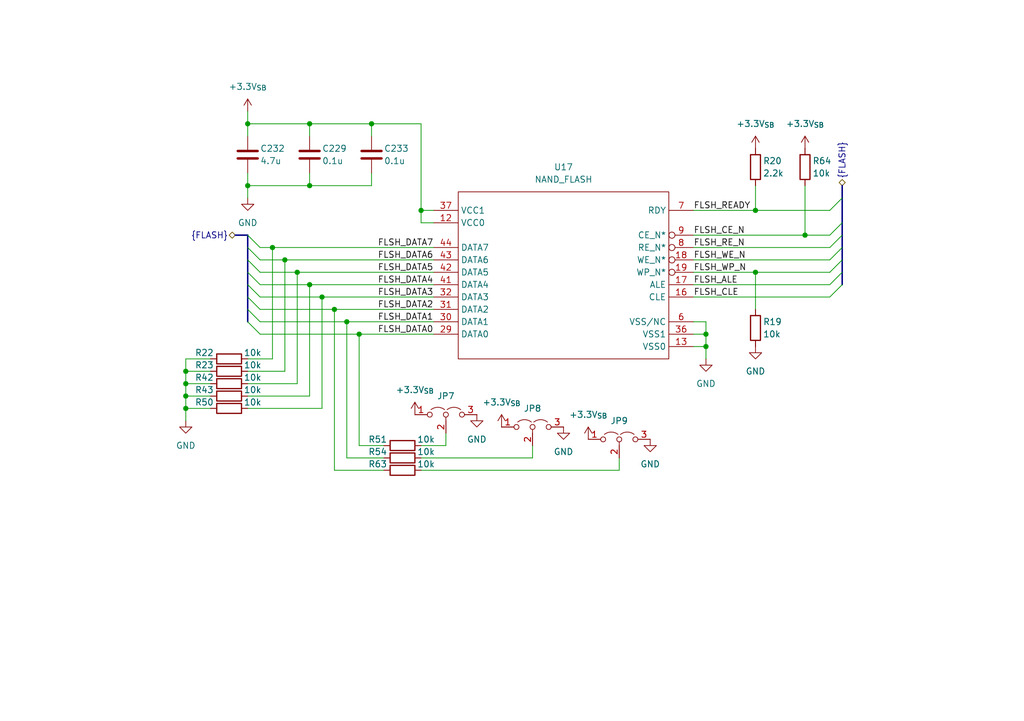
<source format=kicad_sch>
(kicad_sch (version 20250114) (generator "eeschema") (generator_version "9.0")
  (paper "A5")
  (lib_symbols
    (symbol "Device:C" (pin_numbers (hide yes)) (pin_names (offset 0.254))
      (property "Reference" "C" (at 0.635 2.54 0))
      (property "Value" "C" (at 0.635 -2.54 0))
      (symbol "C_0_1"
        (polyline (pts (xy -2.032 0.762) (xy 2.032 0.762)) (stroke (width 0.508)))
        (polyline (pts (xy -2.032 -0.762) (xy 2.032 -0.762)) (stroke (width 0.508)))
      )
      (symbol "C_1_1"
        (pin passive line (at 0 3.81 270) (length 2.794) (name "~") (number "1"))
        (pin passive line (at 0 -3.81 90) (length 2.794) (name "~") (number "2"))
      )
    )
    (symbol "Device:R" (pin_numbers (hide yes)) (pin_names (offset 0))
      (property "Reference" "R" (at 2.032 0 90))
      (property "Value" "R" (at 0 0 90))
      (symbol "R_0_1"
        (rectangle (start -1.016 -2.54) (end 1.016 2.54) (stroke (width 0.254)))
      )
      (symbol "R_1_1"
        (pin passive line (at 0 3.81 270) (length 1.27) (name "~") (number "1"))
        (pin passive line (at 0 -3.81 90) (length 1.27) (name "~") (number "2"))
      )
    )
    (symbol "FLASH:NAND_FLASH"
      (property "Reference" "U" (at 0 0 0))
      (property "Value" "NAND_FLASH" (at 0 0 0))
      (symbol "NAND_FLASH_1_1"
        (rectangle (start -21.59 17.78) (end 21.59 -16.51))
        (pin power_in line (at -26.67 13.97 0) (length 5.08) (name "VCC1") (number "37"))
        (pin power_in line (at -26.67 11.43 0) (length 5.08) (name "VCC0") (number "12"))
        (pin bidirectional line (at -26.67 6.35 0) (length 5.08) (name "DATA7") (number "44"))
        (pin bidirectional line (at -26.67 3.81 0) (length 5.08) (name "DATA6") (number "43"))
        (pin bidirectional line (at -26.67 1.27 0) (length 5.08) (name "DATA5") (number "42"))
        (pin bidirectional line (at -26.67 -1.27 0) (length 5.08) (name "DATA4") (number "41"))
        (pin bidirectional line (at -26.67 -3.81 0) (length 5.08) (name "DATA3") (number "32"))
        (pin bidirectional line (at -26.67 -6.35 0) (length 5.08) (name "DATA2") (number "31"))
        (pin bidirectional line (at -26.67 -8.89 0) (length 5.08) (name "DATA1") (number "30"))
        (pin bidirectional line (at -26.67 -11.43 0) (length 5.08) (name "DATA0") (number "29"))
        (pin no_connect line (at -26.67 -13.97 0) (length 5.08) (hide yes) (name "NC0") (number "1"))
        (pin no_connect line (at -26.67 -13.97 0) (length 5.08) (hide yes) (name "NC5") (number "10"))
        (pin no_connect line (at -26.67 -13.97 0) (length 5.08) (hide yes) (name "NC6") (number "11"))
        (pin no_connect line (at -26.67 -13.97 0) (length 5.08) (hide yes) (name "NC7") (number "14"))
        (pin no_connect line (at -26.67 -13.97 0) (length 5.08) (hide yes) (name "NC8") (number "15"))
        (pin no_connect line (at -26.67 -13.97 0) (length 5.08) (hide yes) (name "NC1") (number "2"))
        (pin no_connect line (at -26.67 -13.97 0) (length 5.08) (hide yes) (name "NC9") (number "20"))
        (pin no_connect line (at -26.67 -13.97 0) (length 5.08) (hide yes) (name "NC10") (number "21"))
        (pin no_connect line (at -26.67 -13.97 0) (length 5.08) (hide yes) (name "NC11") (number "22"))
        (pin no_connect line (at -26.67 -13.97 0) (length 5.08) (hide yes) (name "NC12") (number "23"))
        (pin no_connect line (at -26.67 -13.97 0) (length 5.08) (hide yes) (name "NC13") (number "24"))
        (pin no_connect line (at -26.67 -13.97 0) (length 5.08) (hide yes) (name "NC14") (number "25"))
        (pin no_connect line (at -26.67 -13.97 0) (length 5.08) (hide yes) (name "NC15") (number "26"))
        (pin no_connect line (at -26.67 -13.97 0) (length 5.08) (hide yes) (name "NC16") (number "27"))
        (pin no_connect line (at -26.67 -13.97 0) (length 5.08) (hide yes) (name "NC17") (number "28"))
        (pin no_connect line (at -26.67 -13.97 0) (length 5.08) (hide yes) (name "NC2") (number "3"))
        (pin no_connect line (at -26.67 -13.97 0) (length 5.08) (hide yes) (name "NC18") (number "33"))
        (pin no_connect line (at -26.67 -13.97 0) (length 5.08) (hide yes) (name "NC19") (number "34"))
        (pin no_connect line (at -26.67 -13.97 0) (length 5.08) (hide yes) (name "NC20") (number "35"))
        (pin no_connect line (at -26.67 -13.97 0) (length 5.08) (hide yes) (name "NC27") (number "38"))
        (pin no_connect line (at -26.67 -13.97 0) (length 5.08) (hide yes) (name "NC21") (number "39"))
        (pin no_connect line (at -26.67 -13.97 0) (length 5.08) (hide yes) (name "NC3") (number "4"))
        (pin no_connect line (at -26.67 -13.97 0) (length 5.08) (hide yes) (name "NC22") (number "40"))
        (pin no_connect line (at -26.67 -13.97 0) (length 5.08) (hide yes) (name "NC23") (number "45"))
        (pin no_connect line (at -26.67 -13.97 0) (length 5.08) (hide yes) (name "NC24") (number "46"))
        (pin no_connect line (at -26.67 -13.97 0) (length 5.08) (hide yes) (name "NC25") (number "47"))
        (pin no_connect line (at -26.67 -13.97 0) (length 5.08) (hide yes) (name "NC26") (number "48"))
        (pin no_connect line (at -26.67 -13.97 0) (length 5.08) (hide yes) (name "NC4") (number "5"))
        (pin output line (at 26.67 13.97 180) (length 5.08) (name "RDY") (number "7"))
        (pin input inverted (at 26.67 8.89 180) (length 5.08) (name "CE_N*") (number "9"))
        (pin input inverted (at 26.67 6.35 180) (length 5.08) (name "RE_N*") (number "8"))
        (pin input inverted (at 26.67 3.81 180) (length 5.08) (name "WE_N*") (number "18"))
        (pin bidirectional inverted (at 26.67 1.27 180) (length 5.08) (name "WP_N*") (number "19"))
        (pin input line (at 26.67 -1.27 180) (length 5.08) (name "ALE") (number "17"))
        (pin input line (at 26.67 -3.81 180) (length 5.08) (name "CLE") (number "16"))
        (pin power_in line (at 26.67 -8.89 180) (length 5.08) (name "VSS/NC") (number "6"))
        (pin power_in line (at 26.67 -11.43 180) (length 5.08) (name "VSS1") (number "36"))
        (pin power_in line (at 26.67 -13.97 180) (length 5.08) (name "VSS0") (number "13"))
      )
    )
    (symbol "Jumper:Jumper_3_Open" (pin_names (offset 0) (hide yes)) (in_bom no)
      (property "Reference" "JP" (at -2.54 -2.54 0))
      (property "Value" "Jumper_3_Open" (at 0 2.794 0))
      (symbol "Jumper_3_Open_0_0"
        (circle (center -3.302 0) (radius 0.508))
        (circle (center 0 0) (radius 0.508))
        (circle (center 3.302 0) (radius 0.508))
      )
      (symbol "Jumper_3_Open_0_1"
        (arc (start -3.048 1.016) (mid -1.651 1.4992) (end -0.254 1.016))
        (polyline (pts (xy 0 -0.508) (xy 0 -1.27)))
        (arc (start 0.254 1.016) (mid 1.651 1.4992) (end 3.048 1.016))
      )
      (symbol "Jumper_3_Open_1_1"
        (pin passive line (at -6.35 0 0) (length 2.54) (name "A") (number "1"))
        (pin passive line (at 0 -3.81 90) (length 2.54) (name "C") (number "2"))
        (pin passive line (at 6.35 0 180) (length 2.54) (name "B") (number "3"))
      )
    )
    (symbol "power:+3.3V" (power) (pin_numbers (hide yes)) (pin_names (offset 0) (hide yes))
      (property "Value" "+3.3V" (at 0 3.556 0))
      (symbol "+3.3V_0_1"
        (polyline (pts (xy -0.762 1.27) (xy 0 2.54)))
        (polyline (pts (xy 0 2.54) (xy 0.762 1.27)))
        (polyline (pts (xy 0 0) (xy 0 2.54)))
      )
      (symbol "+3.3V_1_1"
        (pin power_in line (at 0 0 90) (length 0) (name "~") (number "1"))
      )
    )
    (symbol "power:GND" (power) (pin_numbers (hide yes)) (pin_names (offset 0) (hide yes))
      (property "Value" "GND" (at 0 -3.81 0))
      (symbol "GND_0_1"
        (polyline (pts (xy 0 0) (xy 0 -1.27) (xy 1.27 -1.27) (xy 0 -2.54) (xy -1.27 -1.27) (xy 0 -1.27)))
      )
      (symbol "GND_1_1"
        (pin power_in line (at 0 0 270) (length 0) (name "~") (number "1"))
      )
    )
  )
  (junction (at 63.5 38.1))
  (junction (at 154.94 55.88))
  (junction (at 55.88 50.8))
  (junction (at 50.8 25.4))
  (junction (at 50.8 38.1))
  (junction (at 63.5 58.42))
  (junction (at 154.94 43.18))
  (junction (at 38.1 83.82))
  (junction (at 58.42 53.34))
  (junction (at 76.2 25.4))
  (junction (at 86.36 43.18))
  (junction (at 144.78 71.12))
  (junction (at 165.1 48.26))
  (junction (at 63.5 25.4))
  (junction (at 38.1 76.2))
  (junction (at 38.1 81.28))
  (junction (at 73.66 68.58))
  (junction (at 71.12 66.04))
  (junction (at 68.58 63.5))
  (junction (at 66.04 60.96))
  (junction (at 38.1 78.74))
  (junction (at 144.78 68.58))
  (junction (at 60.96 55.88))
  (bus_entry (at 172.72 45.72) (size -2.54 2.54))
  (bus_entry (at 50.8 63.5) (size 2.54 2.54))
  (bus_entry (at 50.8 53.34) (size 2.54 2.54))
  (bus_entry (at 50.8 60.96) (size 2.54 2.54))
  (bus_entry (at 50.8 48.26) (size 2.54 2.54))
  (bus_entry (at 172.72 53.34) (size -2.54 2.54))
  (bus_entry (at 172.72 48.26) (size -2.54 2.54))
  (bus_entry (at 172.72 58.42) (size -2.54 2.54))
  (bus_entry (at 50.8 50.8) (size 2.54 2.54))
  (bus_entry (at 50.8 66.04) (size 2.54 2.54))
  (bus_entry (at 172.72 55.88) (size -2.54 2.54))
  (bus_entry (at 172.72 50.8) (size -2.54 2.54))
  (bus_entry (at 50.8 58.42) (size 2.54 2.54))
  (bus_entry (at 172.72 40.64) (size -2.54 2.54))
  (bus_entry (at 50.8 55.88) (size 2.54 2.54))
  (wire (pts (xy 55.88 50.8) (xy 88.9 50.8)))
  (wire (pts (xy 53.34 68.58) (xy 73.66 68.58)))
  (wire (pts (xy 76.2 38.1) (xy 63.5 38.1)))
  (wire (pts (xy 142.24 60.96) (xy 170.18 60.96)))
  (wire (pts (xy 142.24 71.12) (xy 144.78 71.12)))
  (wire (pts (xy 109.22 91.44) (xy 109.22 93.98)))
  (wire (pts (xy 142.24 68.58) (xy 144.78 68.58)))
  (wire (pts (xy 86.36 96.52) (xy 127 96.52)))
  (wire (pts (xy 154.94 55.88) (xy 170.18 55.88)))
  (wire (pts (xy 50.8 25.4) (xy 63.5 25.4)))
  (wire (pts (xy 78.74 93.98) (xy 71.12 93.98)))
  (wire (pts (xy 50.8 35.56) (xy 50.8 38.1)))
  (wire (pts (xy 43.18 73.66) (xy 38.1 73.66)))
  (wire (pts (xy 50.8 22.86) (xy 50.8 25.4)))
  (wire (pts (xy 53.34 50.8) (xy 55.88 50.8)))
  (wire (pts (xy 53.34 63.5) (xy 68.58 63.5)))
  (wire (pts (xy 53.34 58.42) (xy 63.5 58.42)))
  (wire (pts (xy 60.96 55.88) (xy 88.9 55.88)))
  (wire (pts (xy 38.1 81.28) (xy 38.1 83.82)))
  (wire (pts (xy 154.94 38.1) (xy 154.94 43.18)))
  (bus (pts (xy 172.72 50.8) (xy 172.72 53.34)))
  (wire (pts (xy 50.8 38.1) (xy 50.8 40.64)))
  (wire (pts (xy 142.24 53.34) (xy 170.18 53.34)))
  (wire (pts (xy 66.04 60.96) (xy 88.9 60.96)))
  (wire (pts (xy 73.66 68.58) (xy 73.66 91.44)))
  (wire (pts (xy 38.1 81.28) (xy 43.18 81.28)))
  (wire (pts (xy 142.24 48.26) (xy 165.1 48.26)))
  (wire (pts (xy 76.2 25.4) (xy 76.2 27.94)))
  (wire (pts (xy 38.1 78.74) (xy 38.1 81.28)))
  (wire (pts (xy 60.96 78.74) (xy 50.8 78.74)))
  (wire (pts (xy 86.36 43.18) (xy 86.36 25.4)))
  (wire (pts (xy 144.78 66.04) (xy 144.78 68.58)))
  (bus (pts (xy 50.8 63.5) (xy 50.8 66.04)))
  (wire (pts (xy 55.88 50.8) (xy 55.88 73.66)))
  (wire (pts (xy 38.1 78.74) (xy 43.18 78.74)))
  (wire (pts (xy 142.24 66.04) (xy 144.78 66.04)))
  (bus (pts (xy 172.72 38.1) (xy 172.72 40.64)))
  (wire (pts (xy 142.24 50.8) (xy 170.18 50.8)))
  (bus (pts (xy 50.8 58.42) (xy 50.8 60.96)))
  (wire (pts (xy 63.5 38.1) (xy 50.8 38.1)))
  (wire (pts (xy 68.58 63.5) (xy 68.58 96.52)))
  (wire (pts (xy 53.34 66.04) (xy 71.12 66.04)))
  (wire (pts (xy 91.44 88.9) (xy 91.44 91.44)))
  (wire (pts (xy 58.42 53.34) (xy 58.42 76.2)))
  (bus (pts (xy 172.72 55.88) (xy 172.72 58.42)))
  (wire (pts (xy 38.1 76.2) (xy 38.1 78.74)))
  (wire (pts (xy 78.74 91.44) (xy 73.66 91.44)))
  (wire (pts (xy 60.96 55.88) (xy 60.96 78.74)))
  (wire (pts (xy 66.04 60.96) (xy 66.04 83.82)))
  (wire (pts (xy 76.2 25.4) (xy 63.5 25.4)))
  (bus (pts (xy 50.8 55.88) (xy 50.8 58.42)))
  (wire (pts (xy 165.1 38.1) (xy 165.1 48.26)))
  (wire (pts (xy 63.5 58.42) (xy 88.9 58.42)))
  (bus (pts (xy 50.8 53.34) (xy 50.8 55.88)))
  (wire (pts (xy 58.42 53.34) (xy 88.9 53.34)))
  (bus (pts (xy 50.8 48.26) (xy 50.8 50.8)))
  (wire (pts (xy 63.5 35.56) (xy 63.5 38.1)))
  (wire (pts (xy 78.74 96.52) (xy 68.58 96.52)))
  (wire (pts (xy 86.36 91.44) (xy 91.44 91.44)))
  (wire (pts (xy 63.5 25.4) (xy 63.5 27.94)))
  (wire (pts (xy 86.36 45.72) (xy 86.36 43.18)))
  (wire (pts (xy 142.24 43.18) (xy 154.94 43.18)))
  (wire (pts (xy 38.1 76.2) (xy 43.18 76.2)))
  (bus (pts (xy 172.72 48.26) (xy 172.72 50.8)))
  (wire (pts (xy 144.78 68.58) (xy 144.78 71.12)))
  (wire (pts (xy 38.1 83.82) (xy 38.1 86.36)))
  (bus (pts (xy 48.26 48.26) (xy 50.8 48.26)))
  (wire (pts (xy 50.8 27.94) (xy 50.8 25.4)))
  (wire (pts (xy 71.12 66.04) (xy 71.12 93.98)))
  (bus (pts (xy 172.72 53.34) (xy 172.72 55.88)))
  (wire (pts (xy 50.8 73.66) (xy 55.88 73.66)))
  (wire (pts (xy 63.5 58.42) (xy 63.5 81.28)))
  (wire (pts (xy 86.36 25.4) (xy 76.2 25.4)))
  (wire (pts (xy 154.94 55.88) (xy 154.94 63.5)))
  (wire (pts (xy 142.24 58.42) (xy 170.18 58.42)))
  (wire (pts (xy 38.1 73.66) (xy 38.1 76.2)))
  (wire (pts (xy 63.5 81.28) (xy 50.8 81.28)))
  (bus (pts (xy 172.72 40.64) (xy 172.72 45.72)))
  (wire (pts (xy 71.12 66.04) (xy 88.9 66.04)))
  (wire (pts (xy 53.34 55.88) (xy 60.96 55.88)))
  (wire (pts (xy 142.24 55.88) (xy 154.94 55.88)))
  (wire (pts (xy 68.58 63.5) (xy 88.9 63.5)))
  (wire (pts (xy 66.04 83.82) (xy 50.8 83.82)))
  (wire (pts (xy 58.42 76.2) (xy 50.8 76.2)))
  (wire (pts (xy 76.2 35.56) (xy 76.2 38.1)))
  (wire (pts (xy 73.66 68.58) (xy 88.9 68.58)))
  (wire (pts (xy 127 93.98) (xy 127 96.52)))
  (wire (pts (xy 154.94 43.18) (xy 170.18 43.18)))
  (bus (pts (xy 50.8 50.8) (xy 50.8 53.34)))
  (wire (pts (xy 86.36 43.18) (xy 88.9 43.18)))
  (bus (pts (xy 50.8 60.96) (xy 50.8 63.5)))
  (wire (pts (xy 144.78 71.12) (xy 144.78 73.66)))
  (wire (pts (xy 38.1 83.82) (xy 43.18 83.82)))
  (wire (pts (xy 53.34 60.96) (xy 66.04 60.96)))
  (bus (pts (xy 172.72 45.72) (xy 172.72 48.26)))
  (wire (pts (xy 88.9 45.72) (xy 86.36 45.72)))
  (wire (pts (xy 53.34 53.34) (xy 58.42 53.34)))
  (wire (pts (xy 165.1 48.26) (xy 170.18 48.26)))
  (wire (pts (xy 86.36 93.98) (xy 109.22 93.98)))
  (label "FLSH_DATA4" (at 88.9 58.42 180))
  (label "FLSH_DATA6" (at 88.9 53.34 180))
  (label "FLSH_DATA2" (at 88.9 63.5 180))
  (label "FLSH_DATA0" (at 88.9 68.58 180))
  (label "FLSH_READY" (at 142.24 43.18 0))
  (label "FLSH_CLE" (at 142.24 60.96 0))
  (label "FLSH_WE_N" (at 142.24 53.34 0))
  (label "FLSH_DATA3" (at 88.9 60.96 180))
  (label "FLSH_DATA7" (at 88.9 50.8 180))
  (label "FLSH_RE_N" (at 142.24 50.8 0))
  (label "FLSH_ALE" (at 142.24 58.42 0))
  (label "FLSH_WP_N" (at 142.24 55.88 0))
  (label "FLSH_CE_N" (at 142.24 48.26 0))
  (label "FLSH_DATA1" (at 88.9 66.04 180))
  (label "FLSH_DATA5" (at 88.9 55.88 180))
  (hierarchical_label "{FLASH}" (shape bidirectional) (at 172.72 38.1 90))
  (hierarchical_label "{FLASH}" (shape bidirectional) (at 48.26 48.26 180))
  (symbol (lib_id "Jumper:Jumper_3_Open") (at 109.22 87.63 0) (unit 1) (in_bom no)
    (property "Reference" "JP8" (at 109.22 83.82 0))
    (property "Value" "Jumper_3_Open" (effects (hide yes)))
    (property "Description" "Jumper, 3-pole, both open" (effects (hide yes)))
  )
  (symbol (lib_id "FLASH:NAND_FLASH") (at 115.57 57.15 0) (unit 1)
    (property "Reference" "U17" (at 115.57 34.29 0))
    (property "Value" "NAND_FLASH" (at 115.57 36.83 0))
  )
  (symbol (lib_id "Device:R") (at 46.99 83.82 90) (unit 1)
    (property "Reference" "R50" (at 41.91 82.55 90))
    (property "Value" "10k" (at 51.816 82.55 90))
    (property "Description" "Resistor" (effects (hide yes)))
  )
  (symbol (lib_id "Device:R") (at 165.1 34.29 0) (unit 1)
    (property "Reference" "R64" (at 166.624 33.02 0) (effects (justify left)))
    (property "Value" "10k" (at 166.624 35.56 0) (effects (justify left)))
    (property "Description" "Resistor" (effects (hide yes)))
  )
  (symbol (lib_id "Device:R") (at 46.99 73.66 90) (unit 1)
    (property "Reference" "R22" (at 41.91 72.39 90))
    (property "Value" "10k" (at 51.816 72.39 90))
    (property "Description" "Resistor" (effects (hide yes)))
  )
  (symbol (lib_id "power:GND") (at 144.78 73.66 0) (unit 1)
    (property "Reference" "#PWR0103" (effects (hide yes)))
    (property "Value" "GND" (at 144.78 78.74 0))
    (property "Description" "Power symbol creates a global label with name \"GND\" , ground" (effects (hide yes)))
  )
  (symbol (lib_id "power:+3.3V") (at 50.8 22.86 0) (unit 1)
    (property "Reference" "#PWR095" (effects (hide yes)))
    (property "Value" "+3.3V_{SB}" (at 50.8 17.78 0))
    (property "Description" "Power symbol creates a global label with name \"+3.3V\"" (effects (hide yes)))
  )
  (symbol (lib_id "Device:R") (at 154.94 67.31 0) (unit 1)
    (property "Reference" "R19" (at 156.464 66.04 0) (effects (justify left)))
    (property "Value" "10k" (at 156.464 68.58 0) (effects (justify left)))
    (property "Description" "Resistor" (effects (hide yes)))
  )
  (symbol (lib_id "power:+3.3V") (at 165.1 30.48 0) (unit 1)
    (property "Reference" "#PWR0407" (effects (hide yes)))
    (property "Value" "+3.3V_{SB}" (at 165.1 25.4 0))
    (property "Description" "Power symbol creates a global label with name \"+3.3V\"" (effects (hide yes)))
  )
  (symbol (lib_id "Device:R") (at 46.99 81.28 90) (unit 1)
    (property "Reference" "R43" (at 41.91 80.01 90))
    (property "Value" "10k" (at 51.816 80.01 90))
    (property "Description" "Resistor" (effects (hide yes)))
  )
  (symbol (lib_id "power:GND") (at 97.79 85.09 0) (unit 1)
    (property "Reference" "#PWR0402" (effects (hide yes)))
    (property "Value" "GND" (at 97.79 90.17 0))
    (property "Description" "Power symbol creates a global label with name \"GND\" , ground" (effects (hide yes)))
  )
  (symbol (lib_id "power:GND") (at 50.8 40.64 0) (unit 1)
    (property "Reference" "#PWR021" (effects (hide yes)))
    (property "Value" "GND" (at 50.8 45.72 0))
    (property "Description" "Power symbol creates a global label with name \"GND\" , ground" (effects (hide yes)))
  )
  (symbol (lib_id "Device:R") (at 154.94 34.29 0) (unit 1)
    (property "Reference" "R20" (at 156.464 33.02 0) (effects (justify left)))
    (property "Value" "2.2k" (at 156.464 35.56 0) (effects (justify left)))
    (property "Description" "Resistor" (effects (hide yes)))
  )
  (symbol (lib_id "power:GND") (at 38.1 86.36 0) (unit 1)
    (property "Reference" "#PWR0400" (effects (hide yes)))
    (property "Value" "GND" (at 38.1 91.44 0))
    (property "Description" "Power symbol creates a global label with name \"GND\" , ground" (effects (hide yes)))
  )
  (symbol (lib_id "Device:R") (at 46.99 76.2 90) (unit 1)
    (property "Reference" "R23" (at 41.91 74.93 90))
    (property "Value" "10k" (at 51.816 74.93 90))
    (property "Description" "Resistor" (effects (hide yes)))
  )
  (symbol (lib_id "Device:R") (at 82.55 96.52 90) (unit 1)
    (property "Reference" "R63" (at 77.47 95.25 90))
    (property "Value" "10k" (at 87.376 95.25 90))
    (property "Description" "Resistor" (effects (hide yes)))
  )
  (symbol (lib_id "Jumper:Jumper_3_Open") (at 127 90.17 0) (unit 1) (in_bom no)
    (property "Reference" "JP9" (at 127 86.36 0))
    (property "Value" "Jumper_3_Open" (effects (hide yes)))
    (property "Description" "Jumper, 3-pole, both open" (effects (hide yes)))
  )
  (symbol (lib_id "Device:R") (at 82.55 91.44 90) (unit 1)
    (property "Reference" "R51" (at 77.47 90.17 90))
    (property "Value" "10k" (at 87.376 90.17 90))
    (property "Description" "Resistor" (effects (hide yes)))
  )
  (symbol (lib_id "power:+3.3V") (at 120.65 90.17 0) (unit 1)
    (property "Reference" "#PWR0405" (effects (hide yes)))
    (property "Value" "+3.3V_{SB}" (at 120.65 85.09 0))
    (property "Description" "Power symbol creates a global label with name \"+3.3V\"" (effects (hide yes)))
  )
  (symbol (lib_id "Device:C") (at 63.5 31.75 0) (unit 1)
    (property "Reference" "C229" (at 66.04 30.48 0) (effects (justify left)))
    (property "Value" "0.1u" (at 66.04 33.02 0) (effects (justify left)))
    (property "Description" "Unpolarized capacitor" (effects (hide yes)))
  )
  (symbol (lib_id "Jumper:Jumper_3_Open") (at 91.44 85.09 0) (unit 1) (in_bom no)
    (property "Reference" "JP7" (at 91.44 81.28 0))
    (property "Value" "Jumper_3_Open" (effects (hide yes)))
    (property "Description" "Jumper, 3-pole, both open" (effects (hide yes)))
  )
  (symbol (lib_id "Device:R") (at 46.99 78.74 90) (unit 1)
    (property "Reference" "R42" (at 41.91 77.47 90))
    (property "Value" "10k" (at 51.816 77.47 90))
    (property "Description" "Resistor" (effects (hide yes)))
  )
  (symbol (lib_id "Device:C") (at 76.2 31.75 0) (unit 1)
    (property "Reference" "C233" (at 78.74 30.48 0) (effects (justify left)))
    (property "Value" "0.1u" (at 78.74 33.02 0) (effects (justify left)))
    (property "Description" "Unpolarized capacitor" (effects (hide yes)))
  )
  (symbol (lib_id "power:GND") (at 154.94 71.12 0) (unit 1)
    (property "Reference" "#PWR0101" (effects (hide yes)))
    (property "Value" "GND" (at 154.94 76.2 0))
    (property "Description" "Power symbol creates a global label with name \"GND\" , ground" (effects (hide yes)))
  )
  (symbol (lib_id "power:+3.3V") (at 102.87 87.63 0) (unit 1)
    (property "Reference" "#PWR0403" (effects (hide yes)))
    (property "Value" "+3.3V_{SB}" (at 102.87 82.55 0))
    (property "Description" "Power symbol creates a global label with name \"+3.3V\"" (effects (hide yes)))
  )
  (symbol (lib_id "Device:R") (at 82.55 93.98 90) (unit 1)
    (property "Reference" "R54" (at 77.47 92.71 90))
    (property "Value" "10k" (at 87.376 92.71 90))
    (property "Description" "Resistor" (effects (hide yes)))
  )
  (symbol (lib_id "power:GND") (at 115.57 87.63 0) (unit 1)
    (property "Reference" "#PWR0404" (effects (hide yes)))
    (property "Value" "GND" (at 115.57 92.71 0))
    (property "Description" "Power symbol creates a global label with name \"GND\" , ground" (effects (hide yes)))
  )
  (symbol (lib_id "power:+3.3V") (at 154.94 30.48 0) (unit 1)
    (property "Reference" "#PWR0172" (effects (hide yes)))
    (property "Value" "+3.3V_{SB}" (at 154.94 25.4 0))
    (property "Description" "Power symbol creates a global label with name \"+3.3V\"" (effects (hide yes)))
  )
  (symbol (lib_id "Device:C") (at 50.8 31.75 0) (unit 1)
    (property "Reference" "C232" (at 53.34 30.48 0) (effects (justify left)))
    (property "Value" "4.7u" (at 53.34 33.02 0) (effects (justify left)))
    (property "Description" "Unpolarized capacitor" (effects (hide yes)))
  )
  (symbol (lib_id "power:+3.3V") (at 85.09 85.09 0) (unit 1)
    (property "Reference" "#PWR0401" (effects (hide yes)))
    (property "Value" "+3.3V_{SB}" (at 85.09 80.01 0))
    (property "Description" "Power symbol creates a global label with name \"+3.3V\"" (effects (hide yes)))
  )
  (symbol (lib_id "power:GND") (at 133.35 90.17 0) (unit 1)
    (property "Reference" "#PWR0406" (effects (hide yes)))
    (property "Value" "GND" (at 133.35 95.25 0))
    (property "Description" "Power symbol creates a global label with name \"GND\" , ground" (effects (hide yes)))
  )
)
</source>
